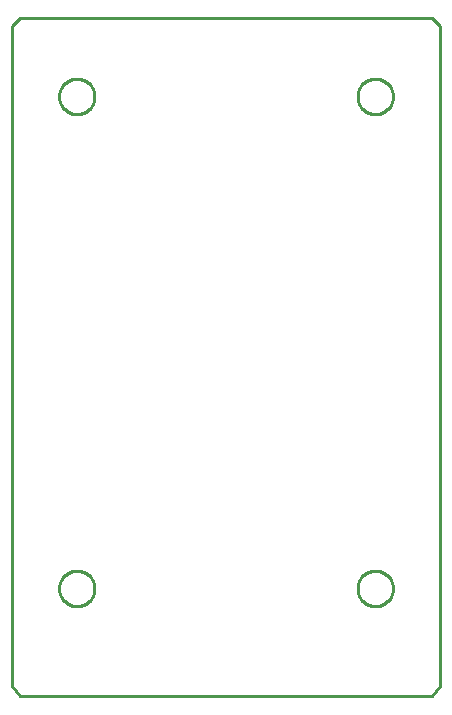
<source format=gbr>
G04 EAGLE Gerber RS-274X export*
G75*
%MOMM*%
%FSLAX34Y34*%
%LPD*%
%IN*%
%IPPOS*%
%AMOC8*
5,1,8,0,0,1.08239X$1,22.5*%
G01*
%ADD10C,0.254000*%


D10*
X0Y8890D02*
X6350Y0D01*
X355600Y0D01*
X361950Y8890D01*
X361950Y567690D01*
X355600Y574040D01*
X6350Y574040D01*
X0Y567690D01*
X0Y8890D01*
X69610Y507464D02*
X69534Y506396D01*
X69381Y505335D01*
X69153Y504288D01*
X68851Y503260D01*
X68477Y502256D01*
X68032Y501281D01*
X67518Y500341D01*
X66939Y499440D01*
X66297Y498582D01*
X65595Y497772D01*
X64838Y497015D01*
X64028Y496313D01*
X63170Y495671D01*
X62269Y495092D01*
X61329Y494578D01*
X60354Y494133D01*
X59350Y493759D01*
X58322Y493457D01*
X57275Y493229D01*
X56214Y493076D01*
X55146Y493000D01*
X54074Y493000D01*
X53006Y493076D01*
X51945Y493229D01*
X50898Y493457D01*
X49870Y493759D01*
X48866Y494133D01*
X47891Y494578D01*
X46951Y495092D01*
X46050Y495671D01*
X45192Y496313D01*
X44382Y497015D01*
X43625Y497772D01*
X42923Y498582D01*
X42281Y499440D01*
X41702Y500341D01*
X41188Y501281D01*
X40743Y502256D01*
X40369Y503260D01*
X40067Y504288D01*
X39839Y505335D01*
X39686Y506396D01*
X39610Y507464D01*
X39610Y508536D01*
X39686Y509604D01*
X39839Y510665D01*
X40067Y511712D01*
X40369Y512740D01*
X40743Y513744D01*
X41188Y514719D01*
X41702Y515659D01*
X42281Y516560D01*
X42923Y517418D01*
X43625Y518228D01*
X44382Y518985D01*
X45192Y519687D01*
X46050Y520329D01*
X46951Y520908D01*
X47891Y521422D01*
X48866Y521867D01*
X49870Y522241D01*
X50898Y522543D01*
X51945Y522771D01*
X53006Y522924D01*
X54074Y523000D01*
X55146Y523000D01*
X56214Y522924D01*
X57275Y522771D01*
X58322Y522543D01*
X59350Y522241D01*
X60354Y521867D01*
X61329Y521422D01*
X62269Y520908D01*
X63170Y520329D01*
X64028Y519687D01*
X64838Y518985D01*
X65595Y518228D01*
X66297Y517418D01*
X66939Y516560D01*
X67518Y515659D01*
X68032Y514719D01*
X68477Y513744D01*
X68851Y512740D01*
X69153Y511712D01*
X69381Y510665D01*
X69534Y509604D01*
X69610Y508536D01*
X69610Y507464D01*
X322340Y507464D02*
X322264Y506396D01*
X322111Y505335D01*
X321883Y504288D01*
X321581Y503260D01*
X321207Y502256D01*
X320762Y501281D01*
X320248Y500341D01*
X319669Y499440D01*
X319027Y498582D01*
X318325Y497772D01*
X317568Y497015D01*
X316758Y496313D01*
X315900Y495671D01*
X314999Y495092D01*
X314059Y494578D01*
X313084Y494133D01*
X312080Y493759D01*
X311052Y493457D01*
X310005Y493229D01*
X308944Y493076D01*
X307876Y493000D01*
X306804Y493000D01*
X305736Y493076D01*
X304675Y493229D01*
X303628Y493457D01*
X302600Y493759D01*
X301596Y494133D01*
X300621Y494578D01*
X299681Y495092D01*
X298780Y495671D01*
X297922Y496313D01*
X297112Y497015D01*
X296355Y497772D01*
X295653Y498582D01*
X295011Y499440D01*
X294432Y500341D01*
X293918Y501281D01*
X293473Y502256D01*
X293099Y503260D01*
X292797Y504288D01*
X292569Y505335D01*
X292416Y506396D01*
X292340Y507464D01*
X292340Y508536D01*
X292416Y509604D01*
X292569Y510665D01*
X292797Y511712D01*
X293099Y512740D01*
X293473Y513744D01*
X293918Y514719D01*
X294432Y515659D01*
X295011Y516560D01*
X295653Y517418D01*
X296355Y518228D01*
X297112Y518985D01*
X297922Y519687D01*
X298780Y520329D01*
X299681Y520908D01*
X300621Y521422D01*
X301596Y521867D01*
X302600Y522241D01*
X303628Y522543D01*
X304675Y522771D01*
X305736Y522924D01*
X306804Y523000D01*
X307876Y523000D01*
X308944Y522924D01*
X310005Y522771D01*
X311052Y522543D01*
X312080Y522241D01*
X313084Y521867D01*
X314059Y521422D01*
X314999Y520908D01*
X315900Y520329D01*
X316758Y519687D01*
X317568Y518985D01*
X318325Y518228D01*
X319027Y517418D01*
X319669Y516560D01*
X320248Y515659D01*
X320762Y514719D01*
X321207Y513744D01*
X321581Y512740D01*
X321883Y511712D01*
X322111Y510665D01*
X322264Y509604D01*
X322340Y508536D01*
X322340Y507464D01*
X69610Y90904D02*
X69534Y89836D01*
X69381Y88775D01*
X69153Y87728D01*
X68851Y86700D01*
X68477Y85696D01*
X68032Y84721D01*
X67518Y83781D01*
X66939Y82880D01*
X66297Y82022D01*
X65595Y81212D01*
X64838Y80455D01*
X64028Y79753D01*
X63170Y79111D01*
X62269Y78532D01*
X61329Y78018D01*
X60354Y77573D01*
X59350Y77199D01*
X58322Y76897D01*
X57275Y76669D01*
X56214Y76516D01*
X55146Y76440D01*
X54074Y76440D01*
X53006Y76516D01*
X51945Y76669D01*
X50898Y76897D01*
X49870Y77199D01*
X48866Y77573D01*
X47891Y78018D01*
X46951Y78532D01*
X46050Y79111D01*
X45192Y79753D01*
X44382Y80455D01*
X43625Y81212D01*
X42923Y82022D01*
X42281Y82880D01*
X41702Y83781D01*
X41188Y84721D01*
X40743Y85696D01*
X40369Y86700D01*
X40067Y87728D01*
X39839Y88775D01*
X39686Y89836D01*
X39610Y90904D01*
X39610Y91976D01*
X39686Y93044D01*
X39839Y94105D01*
X40067Y95152D01*
X40369Y96180D01*
X40743Y97184D01*
X41188Y98159D01*
X41702Y99099D01*
X42281Y100000D01*
X42923Y100858D01*
X43625Y101668D01*
X44382Y102425D01*
X45192Y103127D01*
X46050Y103769D01*
X46951Y104348D01*
X47891Y104862D01*
X48866Y105307D01*
X49870Y105681D01*
X50898Y105983D01*
X51945Y106211D01*
X53006Y106364D01*
X54074Y106440D01*
X55146Y106440D01*
X56214Y106364D01*
X57275Y106211D01*
X58322Y105983D01*
X59350Y105681D01*
X60354Y105307D01*
X61329Y104862D01*
X62269Y104348D01*
X63170Y103769D01*
X64028Y103127D01*
X64838Y102425D01*
X65595Y101668D01*
X66297Y100858D01*
X66939Y100000D01*
X67518Y99099D01*
X68032Y98159D01*
X68477Y97184D01*
X68851Y96180D01*
X69153Y95152D01*
X69381Y94105D01*
X69534Y93044D01*
X69610Y91976D01*
X69610Y90904D01*
X322340Y90904D02*
X322264Y89836D01*
X322111Y88775D01*
X321883Y87728D01*
X321581Y86700D01*
X321207Y85696D01*
X320762Y84721D01*
X320248Y83781D01*
X319669Y82880D01*
X319027Y82022D01*
X318325Y81212D01*
X317568Y80455D01*
X316758Y79753D01*
X315900Y79111D01*
X314999Y78532D01*
X314059Y78018D01*
X313084Y77573D01*
X312080Y77199D01*
X311052Y76897D01*
X310005Y76669D01*
X308944Y76516D01*
X307876Y76440D01*
X306804Y76440D01*
X305736Y76516D01*
X304675Y76669D01*
X303628Y76897D01*
X302600Y77199D01*
X301596Y77573D01*
X300621Y78018D01*
X299681Y78532D01*
X298780Y79111D01*
X297922Y79753D01*
X297112Y80455D01*
X296355Y81212D01*
X295653Y82022D01*
X295011Y82880D01*
X294432Y83781D01*
X293918Y84721D01*
X293473Y85696D01*
X293099Y86700D01*
X292797Y87728D01*
X292569Y88775D01*
X292416Y89836D01*
X292340Y90904D01*
X292340Y91976D01*
X292416Y93044D01*
X292569Y94105D01*
X292797Y95152D01*
X293099Y96180D01*
X293473Y97184D01*
X293918Y98159D01*
X294432Y99099D01*
X295011Y100000D01*
X295653Y100858D01*
X296355Y101668D01*
X297112Y102425D01*
X297922Y103127D01*
X298780Y103769D01*
X299681Y104348D01*
X300621Y104862D01*
X301596Y105307D01*
X302600Y105681D01*
X303628Y105983D01*
X304675Y106211D01*
X305736Y106364D01*
X306804Y106440D01*
X307876Y106440D01*
X308944Y106364D01*
X310005Y106211D01*
X311052Y105983D01*
X312080Y105681D01*
X313084Y105307D01*
X314059Y104862D01*
X314999Y104348D01*
X315900Y103769D01*
X316758Y103127D01*
X317568Y102425D01*
X318325Y101668D01*
X319027Y100858D01*
X319669Y100000D01*
X320248Y99099D01*
X320762Y98159D01*
X321207Y97184D01*
X321581Y96180D01*
X321883Y95152D01*
X322111Y94105D01*
X322264Y93044D01*
X322340Y91976D01*
X322340Y90904D01*
M02*

</source>
